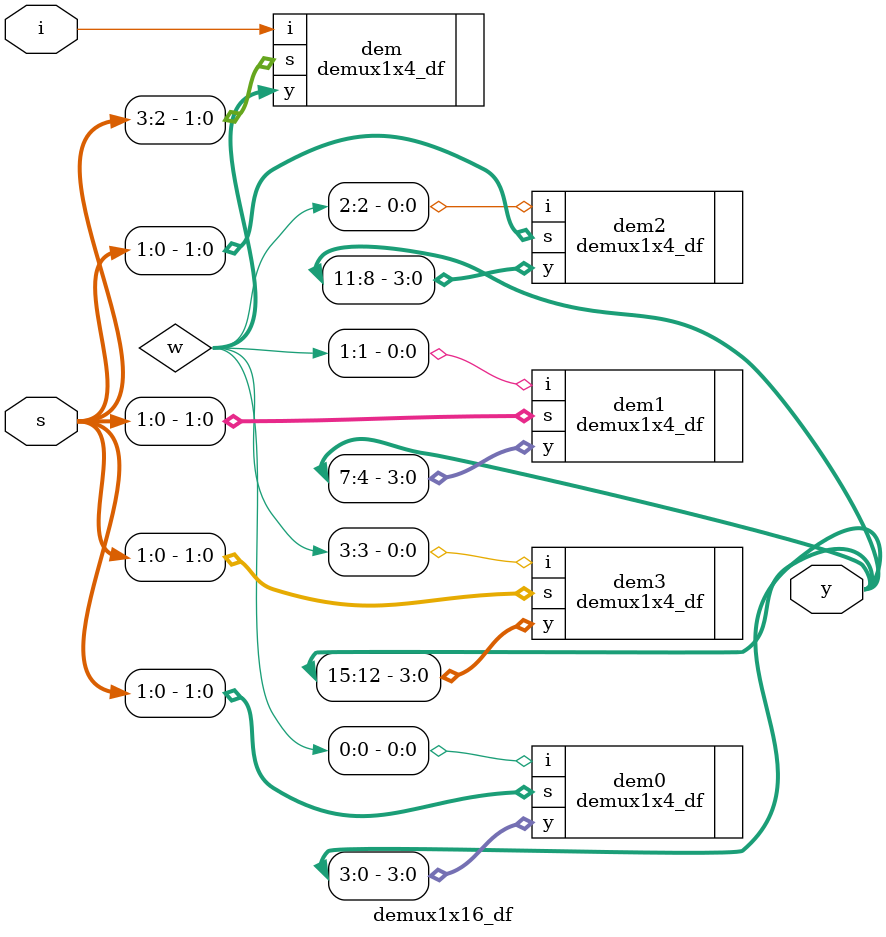
<source format=v>
module demux1x16_df(i,s,y);
input [3:0]s;
input i;
output wire [15:0]y;
wire [3:0]w;
demux1x4_df dem(.i(i),.s(s[3:2]),.y(w[3:0]));
demux1x4_df dem3(.i(w[3]),.s(s[1:0]),.y(y[15:12]));
demux1x4_df dem2(.i(w[2]),.s(s[1:0]),.y(y[11:8]));
demux1x4_df dem1(.i(w[1]),.s(s[1:0]),.y(y[7:4]));
demux1x4_df dem0(.i(w[0]),.s(s[1:0]),.y(y[3:0]));
endmodule

</source>
